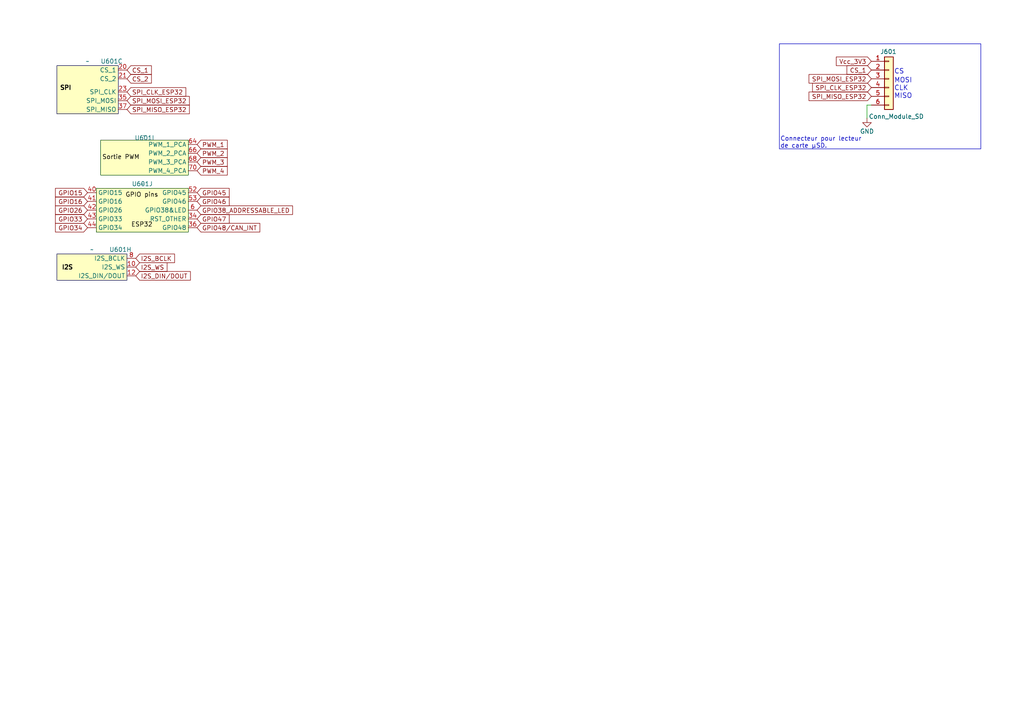
<source format=kicad_sch>
(kicad_sch (version 20231120) (generator "eeschema") (generator_version "8.0")
  (paper "A4")
  (title_block (title "Mobo V2.0") (date "2024-12-19") (rev "2.0") (company "Robotique UdeS - Biogénius") (comment 1 "Jacob Turcotte") (comment 2 "Schéma électrique créer par:"))
  (lib_symbols
    (symbol "Connector_Generic:Conn_01x06" (pin_names (offset 1.016) hide)
      (property "Reference" "J" (at 0 7.62 0))
      (property "Value" "Conn_01x06" (at 0 -10.16 0))
      (symbol "Conn_01x06_1_1"
        (rectangle (start -1.27 -7.493) (end 0 -7.747) (stroke (width 0.1524)))
        (rectangle (start -1.27 -4.953) (end 0 -5.207) (stroke (width 0.1524)))
        (rectangle (start -1.27 -2.413) (end 0 -2.667) (stroke (width 0.1524)))
        (rectangle (start -1.27 0.127) (end 0 -0.127) (stroke (width 0.1524)))
        (rectangle (start -1.27 2.667) (end 0 2.413) (stroke (width 0.1524)))
        (rectangle (start -1.27 5.207) (end 0 4.953) (stroke (width 0.1524)))
        (rectangle (start -1.27 6.35) (end 1.27 -8.89) (stroke (width 0.254)) (fill (type background)))
        (pin passive line (at -5.08 5.08 0) (length 3.81) (name "Pin_1") (number "1"))
        (pin passive line (at -5.08 2.54 0) (length 3.81) (name "Pin_2") (number "2"))
        (pin passive line (at -5.08 0 0) (length 3.81) (name "Pin_3") (number "3"))
        (pin passive line (at -5.08 -2.54 0) (length 3.81) (name "Pin_4") (number "4"))
        (pin passive line (at -5.08 -5.08 0) (length 3.81) (name "Pin_5") (number "5"))
        (pin passive line (at -5.08 -7.62 0) (length 3.81) (name "Pin_6") (number "6"))
      )
    )
    (symbol "connecteur_SOM_ESP32_V2_1"
      (property "Reference" "U" (at 0 9.652 0))
      (symbol "connecteur_SOM_ESP32_V2_1_1_1"
        (rectangle (start -13.97 0) (end 13.97 -35.56) (stroke (width 0) (color 72 0 0 1)) (fill (type background)))
        (text "Pins d'alimentation\n&\nResets" (at 0 -16.764 0) (effects (font (size 1.27 1.27) (bold yes))))
        (pin power_in line (at 16.51 -1.27 180) (length 2.54) (name "GND") (number "1"))
        (pin power_in line (at 16.51 -6.35 180) (length 2.54) (name "GND") (number "18"))
        (pin power_in line (at -16.51 -1.27 0) (length 2.54) (name "Vcc_3v3") (number "2"))
        (pin power_in line (at 16.51 -8.89 180) (length 2.54) (name "GND") (number "33"))
        (pin power_in line (at 16.51 -11.43 180) (length 2.54) (name "GND") (number "38"))
        (pin power_in line (at 16.51 -13.97 180) (length 2.54) (name "GND") (number "39"))
        (pin power_in line (at -16.51 -3.81 0) (length 2.54) (name "Vcc_3v3") (number "4"))
        (pin power_in line (at 16.51 -16.51 180) (length 2.54) (name "GND") (number "45"))
        (pin power_in line (at -16.51 -8.89 0) (length 2.54) (name "Vcc_5V") (number "50"))
        (pin power_in line (at 16.51 -19.05 180) (length 2.54) (name "GND") (number "51"))
        (pin bidirectional line (at -16.51 -6.35 0) (length 2.54) (name "RESET_AUTRES") (number "54"))
        (pin power_in line (at 16.51 -21.59 180) (length 2.54) (name "GND") (number "55"))
        (pin bidirectional line (at -16.51 -29.21 0) (length 2.54) (name "RESET_ESP32") (number "56"))
        (pin power_in line (at 16.51 -24.13 180) (length 2.54) (name "GND") (number "57"))
        (pin power_in line (at 16.51 -26.67 180) (length 2.54) (name "GND") (number "62"))
        (pin power_in line (at 16.51 -29.21 180) (length 2.54) (name "GND") (number "63"))
        (pin power_in line (at 16.51 -31.75 180) (length 2.54) (name "GND") (number "69"))
        (pin power_in line (at 16.51 -3.81 180) (length 2.54) (name "GND") (number "7"))
        (pin power_in line (at -16.51 -31.75 0) (length 2.54) (name "Vcc_3v3") (number "72"))
        (pin power_in line (at -16.51 -34.29 0) (length 2.54) (name "Vcc_3v3") (number "74"))
        (pin power_in line (at 16.51 -34.29 180) (length 2.54) (name "GND") (number "75"))
      )
      (symbol "connecteur_SOM_ESP32_V2_1_2_1"
        (rectangle (start -17.78 0) (end 16.51 -24.13) (stroke (width 0) (color 0 0 72 1)) (fill (type background)))
        (text "I2C" (at -0.254 -11.684 0) (effects (font (size 1.27 1.27))))
        (pin bidirectional line (at 19.05 -3.81 180) (length 2.54) (name "I2C_SCL_1_TCA") (number "11"))
        (pin bidirectional line (at 19.05 -7.62 180) (length 2.54) (name "I2C_SDA_2_TCA") (number "13"))
        (pin bidirectional line (at 19.05 -13.97 180) (length 2.54) (name "I2C_SDA_3_TCA") (number "14"))
        (pin bidirectional line (at 19.05 -10.16 180) (length 2.54) (name "I2C_SCL_2_TCA") (number "15"))
        (pin bidirectional line (at 19.05 -16.51 180) (length 2.54) (name "I2C_SCL_3_TCA") (number "16"))
        (pin bidirectional line (at 19.05 -20.32 180) (length 2.54) (name "I2C_SDA_4_TCA") (number "17"))
        (pin bidirectional line (at 19.05 -22.86 180) (length 2.54) (name "I2C_SCL_4_TCA") (number "19"))
        (pin bidirectional line (at -20.32 -10.16 0) (length 2.54) (name "I2C_SDA_ESP32") (number "58"))
        (pin bidirectional line (at -20.32 -12.7 0) (length 2.54) (name "I2C_SCL_ESP32") (number "60"))
        (pin bidirectional line (at 19.05 -1.27 180) (length 2.54) (name "I2C_SDA_1_TCA") (number "9"))
      )
      (symbol "connecteur_SOM_ESP32_V2_1_3_1"
        (rectangle (start -2.54 6.35) (end 15.24 -7.62) (stroke (width 0) (color 0 0 72 1)) (fill (type background)))
        (text "SPI" (at 0 0 0) (effects (font (size 1.27 1.27) (bold yes))))
        (pin bidirectional line (at 17.78 5.08 180) (length 2.54) (name "CS_1") (number "20"))
        (pin bidirectional line (at 17.78 2.54 180) (length 2.54) (name "CS_2") (number "21"))
        (pin bidirectional line (at 17.78 -1.27 180) (length 2.54) (name "SPI_CLK") (number "23"))
        (pin bidirectional line (at 17.78 -3.81 180) (length 2.54) (name "SPI_MOSI") (number "35"))
        (pin bidirectional line (at 17.78 -6.35 180) (length 2.54) (name "SPI_MISO") (number "37"))
      )
      (symbol "connecteur_SOM_ESP32_V2_1_4_1"
        (rectangle (start -12.7 2.54) (end 11.43 -2.54) (stroke (width 0) (color 0 0 72 1)) (fill (type background)))
        (text "Canbus" (at -8.636 0.254 0) (effects (font (size 1.27 1.27) (bold yes))))
        (pin bidirectional line (at 13.97 1.27 180) (length 2.54) (name "CAN_H_MCP2515") (number "71"))
        (pin bidirectional line (at 13.97 -1.27 180) (length 2.54) (name "CAN_L_MCP2515") (number "73"))
      )
      (symbol "connecteur_SOM_ESP32_V2_1_5_1"
        (rectangle (start -11.43 2.54) (end 3.81 -2.54) (stroke (width 0) (color 0 0 72 1)) (fill (type background)))
        (text "UART" (at -7.874 0.254 0) (effects (font (size 1.27 1.27) (bold yes))))
        (pin bidirectional line (at 6.35 1.27 180) (length 2.54) (name "UART_TX") (number "22"))
        (pin bidirectional line (at 6.35 -1.27 180) (length 2.54) (name "UART_RX") (number "32"))
      )
      (symbol "connecteur_SOM_ESP32_V2_1_6_1"
        (rectangle (start -13.97 2.54) (end 8.89 -2.54) (stroke (width 0) (color 0 0 72 1)) (fill (type background)))
        (text "USB" (at -11.176 0.254 0) (effects (font (size 1.27 1.27) (bold yes))))
        (pin bidirectional line (at 11.43 -1.27 180) (length 2.54) (name "USB_D+_FT231") (number "3"))
        (pin bidirectional line (at 11.43 1.27 180) (length 2.54) (name "USB_D-_FT231") (number "5"))
      )
      (symbol "connecteur_SOM_ESP32_V2_1_7_1"
        (rectangle (start -13.97 2.54) (end 10.16 -2.54) (stroke (width 0) (color 0 0 72 1)) (fill (type background)))
        (text "DEBUG" (at -9.906 0.254 0) (effects (font (size 1.27 1.27) (bold yes))))
        (pin bidirectional line (at 12.7 1.27 180) (length 2.54) (name "USB_DEBUG_D-") (number "46"))
        (pin bidirectional line (at 12.7 -1.27 180) (length 2.54) (name "USB_DEBUG_D+") (number "48"))
      )
      (symbol "connecteur_SOM_ESP32_V2_1_8_1"
        (rectangle (start -15.24 3.81) (end 5.08 -3.81) (stroke (width 0) (color 0 0 72 1)) (fill (type background)))
        (text "I2S" (at -12.192 0 0) (effects (font (size 1.27 1.27) (bold yes))))
        (pin bidirectional line (at 7.62 0 180) (length 2.54) (name "I2S_WS") (number "10"))
        (pin bidirectional line (at 7.62 -2.54 180) (length 2.54) (name "I2S_DIN/DOUT") (number "12"))
        (pin bidirectional line (at 7.62 2.54 180) (length 2.54) (name "I2S_BCLK") (number "8"))
      )
      (symbol "connecteur_SOM_ESP32_V2_1_9_1"
        (rectangle (start -11.43 5.08) (end 13.97 -5.08) (stroke (width 0) (color 0 72 0 1)) (fill (type background)))
        (text "Sortie PWM\n" (at -5.588 0.254 0) (effects (font (size 1.27 1.27))))
        (pin output line (at 16.51 3.81 180) (length 2.54) (name "PWM_1_PCA") (number "64"))
        (pin output line (at 16.51 1.27 180) (length 2.54) (name "PWM_2_PCA") (number "66"))
        (pin output line (at 16.51 -1.27 180) (length 2.54) (name "PWM_3_PCA") (number "68"))
        (pin output line (at 16.51 -3.81 180) (length 2.54) (name "PWM_4_PCA") (number "70"))
      )
      (symbol "connecteur_SOM_ESP32_V2_1_10_1"
        (rectangle (start -13.97 3.81) (end 12.7 -8.89) (stroke (width 0) (color 0 72 0 1)) (fill (type background)))
        (text "ESP32\n" (at -0.762 -6.604 0) (effects (font (size 1.27 1.27))))
        (text "GPIO pins" (at -0.762 2.032 0) (effects (font (size 1.27 1.27))))
        (pin bidirectional line (at 15.24 -5.08 180) (length 2.54) (name "RST_OTHER") (number "34"))
        (pin bidirectional line (at 15.24 -7.62 180) (length 2.54) (name "GPIO48") (number "36"))
        (pin bidirectional line (at -16.51 2.54 0) (length 2.54) (name "GPIO15") (number "40"))
        (pin bidirectional line (at -16.51 0 0) (length 2.54) (name "GPIO16") (number "41"))
        (pin bidirectional line (at -16.51 -2.54 0) (length 2.54) (name "GPIO26") (number "42"))
        (pin bidirectional line (at -16.51 -5.08 0) (length 2.54) (name "GPIO33") (number "43"))
        (pin bidirectional line (at -16.51 -7.62 0) (length 2.54) (name "GPIO34") (number "44"))
        (pin bidirectional line (at 15.24 2.54 180) (length 2.54) (name "GPIO45") (number "52"))
        (pin bidirectional line (at 15.24 0 180) (length 2.54) (name "GPIO46") (number "53"))
        (pin bidirectional line (at 15.24 -2.54 180) (length 2.54) (name "GPIO38&LED") (number "6"))
      )
    )
    (symbol "connecteur_m2_SoM_esp32_keyE:connecteur_SOM_ESP32_V2"
      (property "Reference" "U" (at 0 9.652 0))
      (symbol "connecteur_SOM_ESP32_V2_1_1"
        (rectangle (start -13.97 0) (end 13.97 -35.56) (stroke (width 0) (color 72 0 0 1)) (fill (type background)))
        (text "Pins d'alimentation\n&\nResets" (at 0 -16.764 0) (effects (font (size 1.27 1.27) (bold yes))))
        (pin power_in line (at 16.51 -1.27 180) (length 2.54) (name "GND") (number "1"))
        (pin power_in line (at 16.51 -6.35 180) (length 2.54) (name "GND") (number "18"))
        (pin power_in line (at -16.51 -1.27 0) (length 2.54) (name "Vcc_3v3") (number "2"))
        (pin power_in line (at 16.51 -8.89 180) (length 2.54) (name "GND") (number "33"))
        (pin power_in line (at 16.51 -11.43 180) (length 2.54) (name "GND") (number "38"))
        (pin power_in line (at 16.51 -13.97 180) (length 2.54) (name "GND") (number "39"))
        (pin power_in line (at -16.51 -3.81 0) (length 2.54) (name "Vcc_3v3") (number "4"))
        (pin power_in line (at 16.51 -16.51 180) (length 2.54) (name "GND") (number "45"))
        (pin power_in line (at -16.51 -8.89 0) (length 2.54) (name "Vcc_5V") (number "50"))
        (pin power_in line (at 16.51 -19.05 180) (length 2.54) (name "GND") (number "51"))
        (pin bidirectional line (at -16.51 -6.35 0) (length 2.54) (name "RESET_AUTRES") (number "54"))
        (pin power_in line (at 16.51 -21.59 180) (length 2.54) (name "GND") (number "55"))
        (pin bidirectional line (at -16.51 -29.21 0) (length 2.54) (name "RESET_ESP32") (number "56"))
        (pin power_in line (at 16.51 -24.13 180) (length 2.54) (name "GND") (number "57"))
        (pin power_in line (at 16.51 -26.67 180) (length 2.54) (name "GND") (number "62"))
        (pin power_in line (at 16.51 -29.21 180) (length 2.54) (name "GND") (number "63"))
        (pin power_in line (at 16.51 -31.75 180) (length 2.54) (name "GND") (number "69"))
        (pin power_in line (at 16.51 -3.81 180) (length 2.54) (name "GND") (number "7"))
        (pin power_in line (at -16.51 -31.75 0) (length 2.54) (name "Vcc_3v3") (number "72"))
        (pin power_in line (at -16.51 -34.29 0) (length 2.54) (name "Vcc_3v3") (number "74"))
        (pin power_in line (at 16.51 -34.29 180) (length 2.54) (name "GND") (number "75"))
      )
      (symbol "connecteur_SOM_ESP32_V2_2_1"
        (rectangle (start -17.78 0) (end 16.51 -24.13) (stroke (width 0) (color 0 0 72 1)) (fill (type background)))
        (text "I2C" (at -0.254 -11.684 0) (effects (font (size 1.27 1.27))))
        (pin bidirectional line (at 19.05 -3.81 180) (length 2.54) (name "I2C_SCL_1_TCA") (number "11"))
        (pin bidirectional line (at 19.05 -7.62 180) (length 2.54) (name "I2C_SDA_2_TCA") (number "13"))
        (pin bidirectional line (at 19.05 -13.97 180) (length 2.54) (name "I2C_SDA_3_TCA") (number "14"))
        (pin bidirectional line (at 19.05 -10.16 180) (length 2.54) (name "I2C_SCL_2_TCA") (number "15"))
        (pin bidirectional line (at 19.05 -16.51 180) (length 2.54) (name "I2C_SCL_3_TCA") (number "16"))
        (pin bidirectional line (at 19.05 -20.32 180) (length 2.54) (name "I2C_SDA_4_TCA") (number "17"))
        (pin bidirectional line (at 19.05 -22.86 180) (length 2.54) (name "I2C_SCL_4_TCA") (number "19"))
        (pin bidirectional line (at -20.32 -10.16 0) (length 2.54) (name "I2C_SDA_ESP32") (number "58"))
        (pin bidirectional line (at -20.32 -12.7 0) (length 2.54) (name "I2C_SCL_ESP32") (number "60"))
        (pin bidirectional line (at 19.05 -1.27 180) (length 2.54) (name "I2C_SDA_1_TCA") (number "9"))
      )
      (symbol "connecteur_SOM_ESP32_V2_3_1"
        (rectangle (start -2.54 6.35) (end 15.24 -7.62) (stroke (width 0) (color 0 0 72 1)) (fill (type background)))
        (text "SPI" (at 0 0 0) (effects (font (size 1.27 1.27) (bold yes))))
        (pin bidirectional line (at 17.78 5.08 180) (length 2.54) (name "SPI_CS_5") (number "20"))
        (pin bidirectional line (at 17.78 2.54 180) (length 2.54) (name "SPI_CS_6") (number "21"))
        (pin bidirectional line (at 17.78 -1.27 180) (length 2.54) (name "SPI_CLK") (number "23"))
        (pin bidirectional line (at 17.78 -3.81 180) (length 2.54) (name "SPI_MOSI") (number "35"))
        (pin bidirectional line (at 17.78 -6.35 180) (length 2.54) (name "SPI_MISO") (number "37"))
      )
      (symbol "connecteur_SOM_ESP32_V2_4_1"
        (rectangle (start -12.7 2.54) (end 11.43 -2.54) (stroke (width 0) (color 0 0 72 1)) (fill (type background)))
        (text "Canbus" (at -8.636 0.254 0) (effects (font (size 1.27 1.27) (bold yes))))
        (pin bidirectional line (at 13.97 1.27 180) (length 2.54) (name "CAN_H_MCP2515") (number "71"))
        (pin bidirectional line (at 13.97 -1.27 180) (length 2.54) (name "CAN_L_MCP2515") (number "73"))
      )
      (symbol "connecteur_SOM_ESP32_V2_5_1"
        (rectangle (start -11.43 2.54) (end 3.81 -2.54) (stroke (width 0) (color 0 0 72 1)) (fill (type background)))
        (text "UART" (at -7.874 0.254 0) (effects (font (size 1.27 1.27) (bold yes))))
        (pin bidirectional line (at 6.35 1.27 180) (length 2.54) (name "UART_TX") (number "22"))
        (pin bidirectional line (at 6.35 -1.27 180) (length 2.54) (name "UART_RX") (number "32"))
      )
      (symbol "connecteur_SOM_ESP32_V2_6_1"
        (rectangle (start -13.97 2.54) (end 8.89 -2.54) (stroke (width 0) (color 0 0 72 1)) (fill (type background)))
        (text "USB" (at -11.176 0.254 0) (effects (font (size 1.27 1.27) (bold yes))))
        (pin bidirectional line (at 11.43 -1.27 180) (length 2.54) (name "USB_D+_FT231") (number "3"))
        (pin bidirectional line (at 11.43 1.27 180) (length 2.54) (name "USB_D-_FT231") (number "5"))
      )
      (symbol "connecteur_SOM_ESP32_V2_7_1"
        (rectangle (start -13.97 2.54) (end 10.16 -2.54) (stroke (width 0) (color 0 0 72 1)) (fill (type background)))
        (text "DEBUG" (at -9.906 0.254 0) (effects (font (size 1.27 1.27) (bold yes))))
        (pin bidirectional line (at 12.7 1.27 180) (length 2.54) (name "USB_DEBUG_D-") (number "46"))
        (pin bidirectional line (at 12.7 -1.27 180) (length 2.54) (name "USB_DEBUG_D+") (number "48"))
      )
      (symbol "connecteur_SOM_ESP32_V2_8_1"
        (rectangle (start -15.24 3.81) (end 5.08 -3.81) (stroke (width 0) (color 0 0 72 1)) (fill (type background)))
        (text "I2S" (at -12.192 0 0) (effects (font (size 1.27 1.27) (bold yes))))
        (pin bidirectional line (at 7.62 0 180) (length 2.54) (name "I2S_WS") (number "10"))
        (pin bidirectional line (at 7.62 -2.54 180) (length 2.54) (name "I2S_DIN/DOUT") (number "12"))
        (pin bidirectional line (at 7.62 2.54 180) (length 2.54) (name "I2S_BCLK") (number "8"))
      )
      (symbol "connecteur_SOM_ESP32_V2_9_1"
        (rectangle (start -11.43 5.08) (end 13.97 -5.08) (stroke (width 0) (color 0 72 0 1)) (fill (type background)))
        (text "Sortie PWM\n" (at -5.588 0.254 0) (effects (font (size 1.27 1.27))))
        (pin output line (at 16.51 3.81 180) (length 2.54) (name "PWM_1_PCA") (number "64"))
        (pin output line (at 16.51 1.27 180) (length 2.54) (name "PWM_2_PCA") (number "66"))
        (pin output line (at 16.51 -1.27 180) (length 2.54) (name "PWM_3_PCA") (number "68"))
        (pin output line (at 16.51 -3.81 180) (length 2.54) (name "PWM_4_PCA") (number "70"))
      )
      (symbol "connecteur_SOM_ESP32_V2_10_1"
        (rectangle (start -13.97 3.81) (end 12.7 -8.89) (stroke (width 0) (color 0 72 0 1)) (fill (type background)))
        (text "ESP32\n" (at -0.762 -6.604 0) (effects (font (size 1.27 1.27))))
        (text "GPIO pins" (at -0.762 2.032 0) (effects (font (size 1.27 1.27))))
        (pin bidirectional line (at 15.24 -5.08 180) (length 2.54) (name "RST_OTHER") (number "34"))
        (pin bidirectional line (at 15.24 -7.62 180) (length 2.54) (name "GPIO48") (number "36"))
        (pin bidirectional line (at -16.51 2.54 0) (length 2.54) (name "GPIO15") (number "40"))
        (pin bidirectional line (at -16.51 0 0) (length 2.54) (name "GPIO16") (number "41"))
        (pin bidirectional line (at -16.51 -2.54 0) (length 2.54) (name "GPIO26") (number "42"))
        (pin bidirectional line (at -16.51 -5.08 0) (length 2.54) (name "GPIO33") (number "43"))
        (pin bidirectional line (at -16.51 -7.62 0) (length 2.54) (name "GPIO34") (number "44"))
        (pin bidirectional line (at 15.24 2.54 180) (length 2.54) (name "GPIO45") (number "52"))
        (pin bidirectional line (at 15.24 0 180) (length 2.54) (name "GPIO46") (number "53"))
        (pin bidirectional line (at 15.24 -2.54 180) (length 2.54) (name "GPIO38&LED") (number "6"))
      )
    )
    (symbol "power:GND" (power) (pin_names (offset 0))
      (property "Value" "GND" (at 0 -3.81 0))
      (symbol "GND_0_1"
        (polyline (pts (xy 0 0) (xy 0 -1.27) (xy 1.27 -1.27) (xy 0 -2.54) (xy -1.27 -1.27) (xy 0 -1.27)))
      )
      (symbol "GND_1_1"
        (pin power_in line (at 0 0 270) (length 0) hide (name "GND") (number "1"))
      )
    )
  )
  (wire (pts (xy 251.46 30.48) (xy 251.46 34.29)))
  (wire (pts (xy 252.73 30.48) (xy 251.46 30.48)))
  (rectangle (start 226.06 12.7) (end 284.48 43.18))
  (text "Connecteur pour lecteur\nde carte µSD." (at 226.314 41.402 0) (effects (font (size 1.27 1.27)) (justify left)))
  (text "CS" (at 259.334 20.828 0) (effects (font (size 1.4 1.4)) (justify left)))
  (text "MOSI\nCLK\nMISO" (at 259.334 25.654 0) (effects (font (size 1.4 1.4)) (justify left)))
  (global_label "CS_1" (shape input) (at 36.83 20.32 0) (property "Intersheetrefs" "${INTERSHEET_REFS}" (effects (hide yes))))
  (global_label "I2S_WS" (shape input) (at 39.37 77.47 0) (property "Intersheetrefs" "${INTERSHEET_REFS}" (effects (hide yes))))
  (global_label "GPIO46" (shape input) (at 57.15 58.42 0) (property "Intersheetrefs" "${INTERSHEET_REFS}" (effects (hide yes))))
  (global_label "GPIO45" (shape input) (at 57.15 55.88 0) (property "Intersheetrefs" "${INTERSHEET_REFS}" (effects (hide yes))))
  (global_label "GPIO33" (shape input) (at 25.4 63.5 180) (property "Intersheetrefs" "${INTERSHEET_REFS}" (effects (hide yes))))
  (global_label "GPIO34" (shape input) (at 25.4 66.04 180) (property "Intersheetrefs" "${INTERSHEET_REFS}" (effects (hide yes))))
  (global_label "PWM_1" (shape input) (at 57.15 41.91 0) (property "Intersheetrefs" "${INTERSHEET_REFS}" (effects (hide yes))))
  (global_label "SPI_CLK_ESP32" (shape input) (at 252.73 25.4 180) (property "Intersheetrefs" "${INTERSHEET_REFS}" (effects (hide yes))))
  (global_label "GPIO48{slash}CAN_INT" (shape input) (at 57.15 66.04 0) (property "Intersheetrefs" "${INTERSHEET_REFS}" (effects (hide yes))))
  (global_label "PWM_4" (shape input) (at 57.15 49.53 0) (property "Intersheetrefs" "${INTERSHEET_REFS}" (effects (hide yes))))
  (global_label "GPIO47" (shape input) (at 57.15 63.5 0) (property "Intersheetrefs" "${INTERSHEET_REFS}" (effects (hide yes))))
  (global_label "CS_2" (shape input) (at 36.83 22.86 0) (property "Intersheetrefs" "${INTERSHEET_REFS}" (effects (hide yes))))
  (global_label "GPIO26" (shape input) (at 25.4 60.96 180) (property "Intersheetrefs" "${INTERSHEET_REFS}" (effects (hide yes))))
  (global_label "SPI_MISO_ESP32" (shape input) (at 36.83 31.75 0) (property "Intersheetrefs" "${INTERSHEET_REFS}" (effects (hide yes))))
  (global_label "GPIO38_ADDRESSABLE_LED" (shape input) (at 57.15 60.96 0) (property "Intersheetrefs" "${INTERSHEET_REFS}" (effects (hide yes))))
  (global_label "GPIO15" (shape input) (at 25.4 55.88 180) (property "Intersheetrefs" "${INTERSHEET_REFS}" (effects (hide yes))))
  (global_label "Vcc_3V3" (shape input) (at 252.73 17.78 180) (property "Intersheetrefs" "${INTERSHEET_REFS}" (effects (hide yes))))
  (global_label "SPI_CLK_ESP32" (shape input) (at 36.83 26.67 0) (property "Intersheetrefs" "${INTERSHEET_REFS}" (effects (hide yes))))
  (global_label "CS_1" (shape input) (at 252.73 20.32 180) (property "Intersheetrefs" "${INTERSHEET_REFS}" (effects (hide yes))))
  (global_label "I2S_BCLK" (shape input) (at 39.37 74.93 0) (property "Intersheetrefs" "${INTERSHEET_REFS}" (effects (hide yes))))
  (global_label "SPI_MISO_ESP32" (shape input) (at 252.73 27.94 180) (property "Intersheetrefs" "${INTERSHEET_REFS}" (effects (hide yes))))
  (global_label "PWM_3" (shape input) (at 57.15 46.99 0) (property "Intersheetrefs" "${INTERSHEET_REFS}" (effects (hide yes))))
  (global_label "SPI_MOSI_ESP32" (shape input) (at 36.83 29.21 0) (property "Intersheetrefs" "${INTERSHEET_REFS}" (effects (hide yes))))
  (global_label "GPIO16" (shape input) (at 25.4 58.42 180) (property "Intersheetrefs" "${INTERSHEET_REFS}" (effects (hide yes))))
  (global_label "I2S_DIN{slash}DOUT" (shape input) (at 39.37 80.01 0) (property "Intersheetrefs" "${INTERSHEET_REFS}" (effects (hide yes))))
  (global_label "PWM_2" (shape input) (at 57.15 44.45 0) (property "Intersheetrefs" "${INTERSHEET_REFS}" (effects (hide yes))))
  (global_label "SPI_MOSI_ESP32" (shape input) (at 252.73 22.86 180) (property "Intersheetrefs" "${INTERSHEET_REFS}" (effects (hide yes))))
  (symbol (lib_name "connecteur_SOM_ESP32_V2_1") (lib_id "connecteur_m2_SoM_esp32_keyE:connecteur_SOM_ESP32_V2") (at 19.05 25.4 0) (unit 3)
    (property "Reference" "U601" (at 32.385 17.78 0))
    (property "Value" "~" (at 25.4 17.78 0))
    (property "Footprint" "MDT320E01001:AMPHENOL_MDT320E01001" (effects (hide yes)))
  )
  (symbol (lib_id "Connector_Generic:Conn_01x06") (at 257.81 22.86 0) (unit 1)
    (property "Reference" "J601" (at 255.27 14.986 0) (effects (justify left)))
    (property "Value" "Conn_Module_SD" (at 251.968 33.782 0) (effects (justify left)))
    (property "Footprint" "Connector_PinSocket_2.54mm:PinSocket_1x06_P2.54mm_Vertical" (effects (hide yes)))
    (property "Description" "Generic connector, single row, 01x06, script generated (kicad-library-utils/schlib/autogen/connector/)" (effects (hide yes)))
  )
  (symbol (lib_id "connecteur_m2_SoM_esp32_keyE:connecteur_SOM_ESP32_V2") (at 41.91 58.42 0) (unit 10)
    (property "Reference" "U601" (at 41.275 53.34 0))
    (property "Value" "~" (at 41.275 53.34 0))
    (property "Footprint" "MDT320E01001:AMPHENOL_MDT320E01001" (effects (hide yes)))
  )
  (symbol (lib_id "power:GND") (at 251.46 34.29 0) (unit 1)
    (property "Reference" "#PWR0601" (effects (hide yes)))
    (property "Value" "GND" (at 251.46 38.1 0))
  )
  (symbol (lib_id "connecteur_m2_SoM_esp32_keyE:connecteur_SOM_ESP32_V2") (at 31.75 77.47 0) (unit 8)
    (property "Reference" "U601" (at 34.925 72.39 0))
    (property "Value" "~" (at 26.67 72.39 0))
    (property "Footprint" "MDT320E01001:AMPHENOL_MDT320E01001" (effects (hide yes)))
  )
  (symbol (lib_id "connecteur_m2_SoM_esp32_keyE:connecteur_SOM_ESP32_V2") (at 40.64 45.72 0) (unit 9)
    (property "Reference" "U601" (at 41.91 40.005 0))
    (property "Value" "~" (at 41.91 39.37 0))
    (property "Footprint" "MDT320E01001:AMPHENOL_MDT320E01001" (effects (hide yes)))
  )
)
</source>
